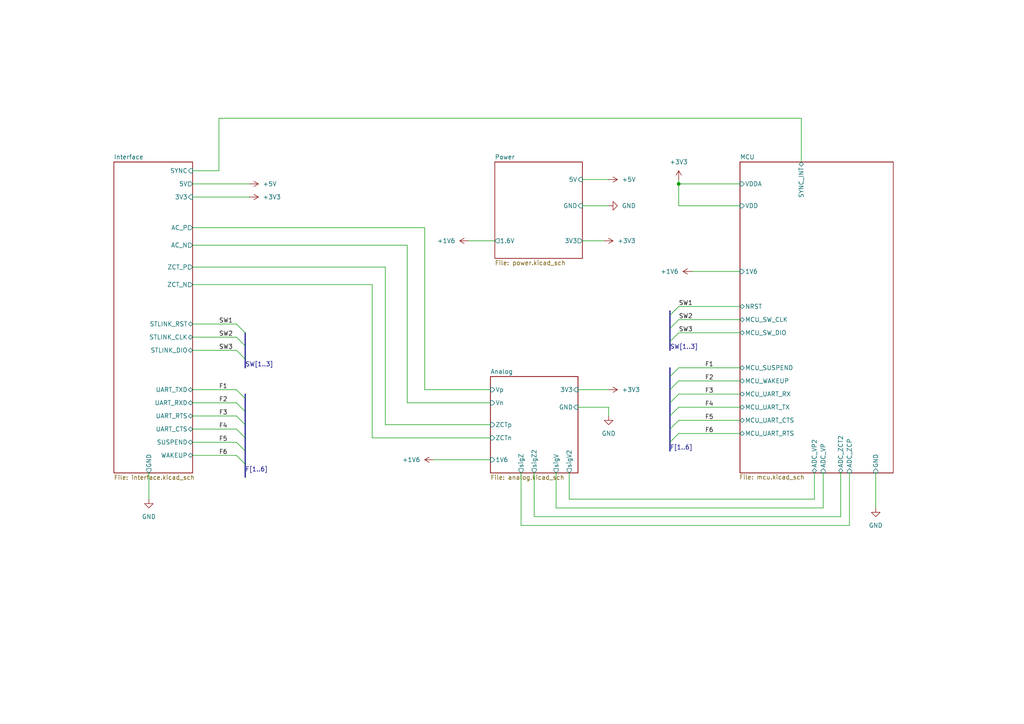
<source format=kicad_sch>
(kicad_sch (version 20231120) (generator "eeschema") (generator_version "8.0")
  (paper "A4")
  (title_block (date "2024-11-24"))
  (lib_symbols
    (symbol "PCM_4ms_Power-symbol:GND" (power) (pin_names (offset 0))
      (property "Value" "GND" (at 0 -3.81 0))
      (symbol "GND_0_1"
        (polyline (pts (xy 0 0) (xy 0 -1.27) (xy 1.27 -1.27) (xy 0 -2.54) (xy -1.27 -1.27) (xy 0 -1.27)))
      )
      (symbol "GND_1_1"
        (pin power_in line (at 0 0 270) (length 0) hide (name "GND") (number "1"))
      )
    )
    (symbol "power:+3V3" (power) (pin_numbers hide) (pin_names (offset 0) hide)
      (property "Value" "+3V3" (at 0 3.556 0))
      (symbol "+3V3_0_1"
        (polyline (pts (xy -0.762 1.27) (xy 0 2.54)))
        (polyline (pts (xy 0 0) (xy 0 2.54)))
        (polyline (pts (xy 0 2.54) (xy 0.762 1.27)))
      )
      (symbol "+3V3_1_1"
        (pin power_in line (at 0 0 90) (length 0) (name "~") (number "1"))
      )
    )
  )
  (junction (at 196.85 53.34))
  (bus_entry (at 194.31 113.03) (size 2.54 -2.54))
  (bus_entry (at 68.58 128.27) (size 2.54 2.54))
  (bus_entry (at 194.31 91.44) (size 2.54 -2.54))
  (bus_entry (at 194.31 99.06) (size 2.54 -2.54))
  (bus_entry (at 68.58 116.84) (size 2.54 2.54))
  (bus_entry (at 68.58 120.65) (size 2.54 2.54))
  (bus_entry (at 194.31 128.27) (size 2.54 -2.54))
  (bus_entry (at 68.58 97.79) (size 2.54 2.54))
  (bus_entry (at 68.58 132.08) (size 2.54 2.54))
  (bus_entry (at 68.58 101.6) (size 2.54 2.54))
  (bus_entry (at 68.58 93.98) (size 2.54 2.54))
  (bus_entry (at 194.31 120.65) (size 2.54 -2.54))
  (bus_entry (at 194.31 95.25) (size 2.54 -2.54))
  (bus_entry (at 68.58 113.03) (size 2.54 2.54))
  (bus_entry (at 194.31 109.22) (size 2.54 -2.54))
  (bus_entry (at 194.31 116.84) (size 2.54 -2.54))
  (bus_entry (at 194.31 124.46) (size 2.54 -2.54))
  (bus_entry (at 68.58 124.46) (size 2.54 2.54))
  (wire (pts (xy 55.88 49.53) (xy 63.5 49.53)))
  (wire (pts (xy 196.85 125.73) (xy 214.63 125.73)))
  (wire (pts (xy 111.76 77.47) (xy 111.76 123.19)))
  (bus (pts (xy 194.31 109.22) (xy 194.31 113.03)))
  (wire (pts (xy 196.85 52.07) (xy 196.85 53.34)))
  (wire (pts (xy 196.85 114.3) (xy 214.63 114.3)))
  (wire (pts (xy 200.66 78.74) (xy 214.63 78.74)))
  (wire (pts (xy 236.22 144.78) (xy 236.22 137.16)))
  (wire (pts (xy 55.88 82.55) (xy 107.95 82.55)))
  (bus (pts (xy 71.12 100.33) (xy 71.12 96.52)))
  (wire (pts (xy 143.51 69.85) (xy 135.89 69.85)))
  (wire (pts (xy 123.19 113.03) (xy 142.24 113.03)))
  (wire (pts (xy 55.88 124.46) (xy 68.58 124.46)))
  (wire (pts (xy 214.63 53.34) (xy 196.85 53.34)))
  (wire (pts (xy 142.24 116.84) (xy 118.11 116.84)))
  (bus (pts (xy 71.12 106.68) (xy 71.12 104.14)))
  (bus (pts (xy 71.12 130.81) (xy 71.12 134.62)))
  (wire (pts (xy 123.19 66.04) (xy 123.19 113.03)))
  (wire (pts (xy 107.95 127) (xy 142.24 127)))
  (wire (pts (xy 243.84 149.86) (xy 154.94 149.86)))
  (bus (pts (xy 71.12 123.19) (xy 71.12 127)))
  (bus (pts (xy 194.31 128.27) (xy 194.31 130.81)))
  (wire (pts (xy 243.84 137.16) (xy 243.84 149.86)))
  (bus (pts (xy 71.12 104.14) (xy 71.12 100.33)))
  (wire (pts (xy 196.85 92.71) (xy 214.63 92.71)))
  (wire (pts (xy 118.11 116.84) (xy 118.11 71.12)))
  (wire (pts (xy 55.88 93.98) (xy 68.58 93.98)))
  (wire (pts (xy 55.88 132.08) (xy 68.58 132.08)))
  (wire (pts (xy 55.88 120.65) (xy 68.58 120.65)))
  (wire (pts (xy 176.53 113.03) (xy 167.64 113.03)))
  (wire (pts (xy 55.88 77.47) (xy 111.76 77.47)))
  (bus (pts (xy 194.31 99.06) (xy 194.31 101.6)))
  (wire (pts (xy 55.88 97.79) (xy 68.58 97.79)))
  (bus (pts (xy 194.31 124.46) (xy 194.31 128.27)))
  (bus (pts (xy 71.12 134.62) (xy 71.12 138.43)))
  (wire (pts (xy 55.88 116.84) (xy 68.58 116.84)))
  (wire (pts (xy 254 137.16) (xy 254 147.32)))
  (bus (pts (xy 194.31 113.03) (xy 194.31 116.84)))
  (wire (pts (xy 238.76 147.32) (xy 238.76 137.16)))
  (wire (pts (xy 63.5 49.53) (xy 63.5 34.29)))
  (wire (pts (xy 165.1 144.78) (xy 236.22 144.78)))
  (wire (pts (xy 196.85 88.9) (xy 214.63 88.9)))
  (wire (pts (xy 176.53 52.07) (xy 168.91 52.07)))
  (wire (pts (xy 55.88 66.04) (xy 123.19 66.04)))
  (wire (pts (xy 55.88 57.15) (xy 72.39 57.15)))
  (wire (pts (xy 151.13 152.4) (xy 151.13 137.16)))
  (wire (pts (xy 196.85 106.68) (xy 214.63 106.68)))
  (bus (pts (xy 71.12 127) (xy 71.12 130.81)))
  (wire (pts (xy 111.76 123.19) (xy 142.24 123.19)))
  (bus (pts (xy 71.12 115.57) (xy 71.12 119.38)))
  (wire (pts (xy 55.88 53.34) (xy 72.39 53.34)))
  (wire (pts (xy 246.38 137.16) (xy 246.38 152.4)))
  (wire (pts (xy 232.41 34.29) (xy 232.41 46.99)))
  (bus (pts (xy 71.12 119.38) (xy 71.12 123.19)))
  (wire (pts (xy 125.73 133.35) (xy 142.24 133.35)))
  (wire (pts (xy 168.91 69.85) (xy 175.26 69.85)))
  (bus (pts (xy 194.31 120.65) (xy 194.31 124.46)))
  (wire (pts (xy 107.95 127) (xy 107.95 82.55)))
  (wire (pts (xy 176.53 120.65) (xy 176.53 118.11)))
  (wire (pts (xy 196.85 53.34) (xy 196.85 59.69)))
  (wire (pts (xy 118.11 71.12) (xy 55.88 71.12)))
  (wire (pts (xy 43.18 137.16) (xy 43.18 144.78)))
  (wire (pts (xy 167.64 118.11) (xy 176.53 118.11)))
  (wire (pts (xy 196.85 96.52) (xy 214.63 96.52)))
  (wire (pts (xy 55.88 113.03) (xy 68.58 113.03)))
  (wire (pts (xy 196.85 121.92) (xy 214.63 121.92)))
  (bus (pts (xy 194.31 90.17) (xy 194.31 91.44)))
  (bus (pts (xy 194.31 116.84) (xy 194.31 120.65)))
  (wire (pts (xy 161.29 147.32) (xy 238.76 147.32)))
  (bus (pts (xy 71.12 114.3) (xy 71.12 115.57)))
  (wire (pts (xy 63.5 34.29) (xy 232.41 34.29)))
  (wire (pts (xy 154.94 149.86) (xy 154.94 137.16)))
  (bus (pts (xy 194.31 91.44) (xy 194.31 95.25)))
  (wire (pts (xy 196.85 110.49) (xy 214.63 110.49)))
  (wire (pts (xy 196.85 118.11) (xy 214.63 118.11)))
  (wire (pts (xy 161.29 137.16) (xy 161.29 147.32)))
  (wire (pts (xy 55.88 101.6) (xy 68.58 101.6)))
  (wire (pts (xy 196.85 59.69) (xy 214.63 59.69)))
  (wire (pts (xy 168.91 59.69) (xy 176.53 59.69)))
  (wire (pts (xy 246.38 152.4) (xy 151.13 152.4)))
  (wire (pts (xy 165.1 137.16) (xy 165.1 144.78)))
  (bus (pts (xy 194.31 106.68) (xy 194.31 109.22)))
  (wire (pts (xy 55.88 128.27) (xy 68.58 128.27)))
  (bus (pts (xy 194.31 95.25) (xy 194.31 99.06)))
  (label "F5" (at 204.47 121.92 0))
  (label "F[1..6]" (at 71.12 137.16 0))
  (label "SW2" (at 196.85 92.71 0))
  (label "F3" (at 63.5 120.65 0))
  (label "F4" (at 204.47 118.11 0))
  (label "SW2" (at 63.5 97.79 0))
  (label "F2" (at 63.5 116.84 0))
  (label "F4" (at 63.5 124.46 0))
  (label "SW[1..3]" (at 194.31 101.6 0))
  (label "F6" (at 204.47 125.73 0))
  (label "F[1..6]" (at 194.31 130.81 0))
  (label "F3" (at 204.47 114.3 0))
  (label "SW1" (at 63.5 93.98 0))
  (label "SW[1..3]" (at 71.12 106.68 0))
  (label "F1" (at 204.47 106.68 0))
  (label "F6" (at 63.5 132.08 0))
  (label "SW3" (at 196.85 96.52 0))
  (label "SW1" (at 196.85 88.9 0))
  (label "F5" (at 63.5 128.27 0))
  (label "F1" (at 63.5 113.03 0))
  (label "F2" (at 204.47 110.49 0))
  (label "SW3" (at 63.5 101.6 0))
  (symbol (lib_id "power:+3V3") (at 72.39 53.34 270) (unit 1)
    (property "Reference" "#PWR02" (effects (hide yes)))
    (property "Value" "+5V" (at 76.2 53.3399 90) (effects (justify left)))
    (property "Description" "Power symbol creates a global label with name \"+3V3\"" (effects (hide yes)))
  )
  (symbol (lib_id "PCM_4ms_Power-symbol:GND") (at 254 147.32 0) (unit 1)
    (property "Reference" "#PWR013" (effects (hide yes)))
    (property "Value" "GND" (at 254 152.4 0))
  )
  (symbol (lib_id "power:+3V3") (at 176.53 113.03 270) (unit 1)
    (property "Reference" "#PWR09" (effects (hide yes)))
    (property "Value" "+3V3" (at 180.34 113.0299 90) (effects (justify left)))
    (property "Description" "Power symbol creates a global label with name \"+3V3\"" (effects (hide yes)))
  )
  (symbol (lib_id "PCM_4ms_Power-symbol:GND") (at 43.18 144.78 0) (unit 1)
    (property "Reference" "#PWR01" (effects (hide yes)))
    (property "Value" "GND" (at 43.18 149.86 0))
  )
  (symbol (lib_id "power:+3V3") (at 135.89 69.85 90) (unit 1)
    (property "Reference" "#PWR05" (effects (hide yes)))
    (property "Value" "+1V6" (at 132.08 69.8499 90) (effects (justify left)))
    (property "Description" "Power symbol creates a global label with name \"+3V3\"" (effects (hide yes)))
  )
  (symbol (lib_id "power:+3V3") (at 196.85 52.07 0) (unit 1)
    (property "Reference" "#PWR011" (effects (hide yes)))
    (property "Value" "+3V3" (at 196.85 46.99 0))
    (property "Description" "Power symbol creates a global label with name \"+3V3\"" (effects (hide yes)))
  )
  (symbol (lib_id "power:+3V3") (at 125.73 133.35 90) (unit 1)
    (property "Reference" "#PWR04" (effects (hide yes)))
    (property "Value" "+1V6" (at 121.92 133.3499 90) (effects (justify left)))
    (property "Description" "Power symbol creates a global label with name \"+3V3\"" (effects (hide yes)))
  )
  (symbol (lib_id "power:+3V3") (at 200.66 78.74 90) (unit 1)
    (property "Reference" "#PWR012" (effects (hide yes)))
    (property "Value" "+1V6" (at 196.85 78.7399 90) (effects (justify left)))
    (property "Description" "Power symbol creates a global label with name \"+3V3\"" (effects (hide yes)))
  )
  (symbol (lib_id "power:+3V3") (at 175.26 69.85 270) (unit 1)
    (property "Reference" "#PWR06" (effects (hide yes)))
    (property "Value" "+3V3" (at 179.07 69.8499 90) (effects (justify left)))
    (property "Description" "Power symbol creates a global label with name \"+3V3\"" (effects (hide yes)))
  )
  (symbol (lib_id "power:+3V3") (at 176.53 52.07 270) (unit 1)
    (property "Reference" "#PWR07" (effects (hide yes)))
    (property "Value" "+5V" (at 180.34 52.0699 90) (effects (justify left)))
    (property "Description" "Power symbol creates a global label with name \"+3V3\"" (effects (hide yes)))
  )
  (symbol (lib_id "power:+3V3") (at 72.39 57.15 270) (unit 1)
    (property "Reference" "#PWR03" (effects (hide yes)))
    (property "Value" "+3V3" (at 76.2 57.1499 90) (effects (justify left)))
    (property "Description" "Power symbol creates a global label with name \"+3V3\"" (effects (hide yes)))
  )
  (symbol (lib_id "PCM_4ms_Power-symbol:GND") (at 176.53 59.69 90) (unit 1)
    (property "Reference" "#PWR08" (effects (hide yes)))
    (property "Value" "GND" (at 180.34 59.6899 90) (effects (justify right)))
  )
  (symbol (lib_id "PCM_4ms_Power-symbol:GND") (at 176.53 120.65 0) (unit 1)
    (property "Reference" "#PWR010" (effects (hide yes)))
    (property "Value" "GND" (at 176.53 125.73 0))
  )
  (sheet (at 33.02 46.99) (size 22.86 90.17) (stroke (width 0.1524))
    (property "Sheetname" "Interface" (at 33.02 46.2784 0) (effects (justify left bottom)))
    (property "Sheetfile" "interface.kicad_sch" (at 33.02 137.7446 0) (effects (justify left top)))
    (pin "ZCT_P" output (at 55.88 77.47 0))
    (pin "ZCT_N" output (at 55.88 82.55 0))
    (pin "5V" output (at 55.88 53.34 0))
    (pin "UART_TXD" bidirectional (at 55.88 113.03 0))
    (pin "UART_RXD" bidirectional (at 55.88 116.84 0))
    (pin "UART_RTS" bidirectional (at 55.88 120.65 0))
    (pin "UART_CTS" bidirectional (at 55.88 124.46 0))
    (pin "SUSPEND" bidirectional (at 55.88 128.27 0))
    (pin "WAKEUP" bidirectional (at 55.88 132.08 0))
    (pin "STLINK_DIO" bidirectional (at 55.88 101.6 0))
    (pin "STLINK_CLK" bidirectional (at 55.88 97.79 0))
    (pin "STLINK_RST" bidirectional (at 55.88 93.98 0))
    (pin "3V3" input (at 55.88 57.15 0))
    (pin "GND" output (at 43.18 137.16 270))
    (pin "AC_N" output (at 55.88 71.12 0))
    (pin "AC_P" output (at 55.88 66.04 0))
    (pin "SYNC" input (at 55.88 49.53 0))
  )
  (sheet (at 143.51 46.99) (size 25.4 27.94) (stroke (width 0.1524))
    (property "Sheetname" "Power" (at 143.51 46.2784 0) (effects (justify left bottom)))
    (property "Sheetfile" "power.kicad_sch" (at 143.51 75.5146 0) (effects (justify left top)))
    (pin "3V3" output (at 168.91 69.85 0))
    (pin "5V" input (at 168.91 52.07 0))
    (pin "1.6V" output (at 143.51 69.85 180))
    (pin "GND" input (at 168.91 59.69 0))
  )
  (sheet (at 214.63 46.99) (size 44.45 90.17) (stroke (width 0.1524))
    (property "Sheetname" "MCU" (at 214.63 46.2784 0) (effects (justify left bottom)))
    (property "Sheetfile" "mcu.kicad_sch" (at 214.376 137.668 0) (effects (justify left top)))
    (pin "VDD" input (at 214.63 59.69 180))
    (pin "1V6" input (at 214.63 78.74 180))
    (pin "NRST" bidirectional (at 214.63 88.9 180))
    (pin "MCU_UART_CTS" bidirectional (at 214.63 121.92 180))
    (pin "MCU_UART_RTS" bidirectional (at 214.63 125.73 180))
    (pin "ADC_VP" input (at 238.76 137.16 270))
    (pin "ADC_ZCP" input (at 246.38 137.16 270))
    (pin "MCU_UART_RX" bidirectional (at 214.63 114.3 180))
    (pin "MCU_UART_TX" bidirectional (at 214.63 118.11 180))
    (pin "MCU_SW_CLK" bidirectional (at 214.63 92.71 180))
    (pin "MCU_SW_DIO" bidirectional (at 214.63 96.52 180))
    (pin "VDDA" input (at 214.63 53.34 180))
    (pin "MCU_WAKEUP" bidirectional (at 214.63 110.49 180))
    (pin "MCU_SUSPEND" bidirectional (at 214.63 106.68 180))
    (pin "GND" input (at 254 137.16 270))
    (pin "ADC_ZCT2" bidirectional (at 243.84 137.16 270))
    (pin "ADC_VP2" bidirectional (at 236.22 137.16 270))
    (pin "SYNC_INT" bidirectional (at 232.41 46.99 90))
  )
  (sheet (at 142.24 109.22) (size 25.4 27.94) (stroke (width 0.1524))
    (property "Sheetname" "Analog" (at 142.24 108.5084 0) (effects (justify left bottom)))
    (property "Sheetfile" "analog.kicad_sch" (at 142.24 137.7446 0) (effects (justify left top)))
    (pin "sigZ" output (at 151.13 137.16 270))
    (pin "1V6" input (at 142.24 133.35 180))
    (pin "3V3" input (at 167.64 113.03 0))
    (pin "sigV" output (at 161.29 137.16 270))
    (pin "GND" input (at 167.64 118.11 0))
    (pin "Vp" input (at 142.24 113.03 180))
    (pin "Vn" input (at 142.24 116.84 180))
    (pin "sigV2" output (at 165.1 137.16 270))
    (pin "sigZ2" output (at 154.94 137.16 270))
    (pin "ZCTp" input (at 142.24 123.19 180))
    (pin "ZCTn" input (at 142.24 127 180))
  )
)
</source>
